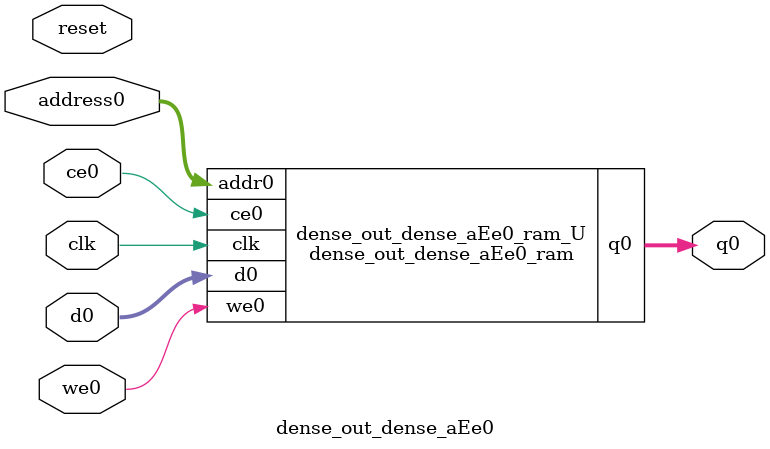
<source format=v>
`timescale 1 ns / 1 ps
module dense_out_dense_aEe0_ram (addr0, ce0, d0, we0, q0,  clk);

parameter DWIDTH = 14;
parameter AWIDTH = 4;
parameter MEM_SIZE = 10;

input[AWIDTH-1:0] addr0;
input ce0;
input[DWIDTH-1:0] d0;
input we0;
output reg[DWIDTH-1:0] q0;
input clk;

(* ram_style = "distributed" *)reg [DWIDTH-1:0] ram[0:MEM_SIZE-1];




always @(posedge clk)  
begin 
    if (ce0) 
    begin
        if (we0) 
        begin 
            ram[addr0] <= d0; 
        end 
        q0 <= ram[addr0];
    end
end


endmodule

`timescale 1 ns / 1 ps
module dense_out_dense_aEe0(
    reset,
    clk,
    address0,
    ce0,
    we0,
    d0,
    q0);

parameter DataWidth = 32'd14;
parameter AddressRange = 32'd10;
parameter AddressWidth = 32'd4;
input reset;
input clk;
input[AddressWidth - 1:0] address0;
input ce0;
input we0;
input[DataWidth - 1:0] d0;
output[DataWidth - 1:0] q0;



dense_out_dense_aEe0_ram dense_out_dense_aEe0_ram_U(
    .clk( clk ),
    .addr0( address0 ),
    .ce0( ce0 ),
    .we0( we0 ),
    .d0( d0 ),
    .q0( q0 ));

endmodule


</source>
